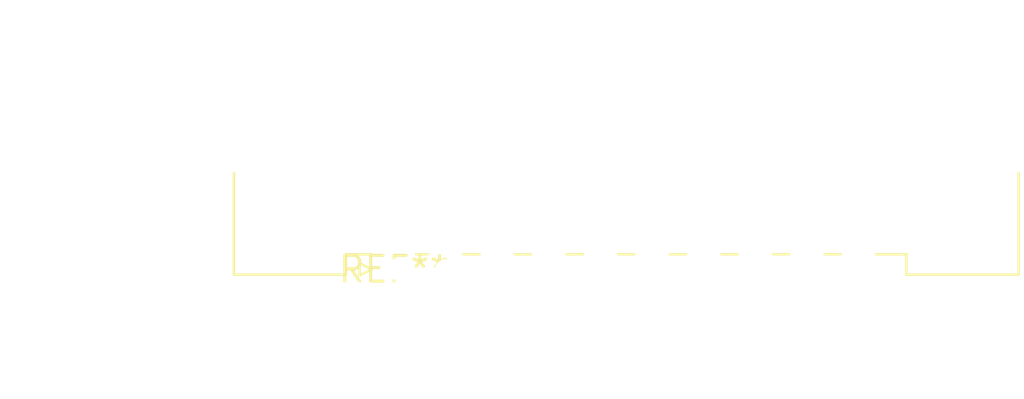
<source format=kicad_pcb>
(kicad_pcb (version 20240108) (generator pcbnew)
  (layers (0 "F.Cu" signal) (31 "B.Cu" signal) (34 "B.Paste" user) (35 "F.Paste" user) (36 "B.SilkS" user "B.Silkscreen") (37 "F.SilkS" user "F.Silkscreen") (38 "B.Mask" user) (39 "F.Mask" user) (44 "Edge.Cuts" user))
  (net 0 "")
  (footprint "DIN41612_C3_2x10_Male_Horizontal_THT" (layer "F.Cu") (at 0 0)
    (property "Reference" "REF**")
    (property "Value" "DIN41612_C3_2x10_Male_Horizontal_THT")
    (fp_line (start -7.88 -4.74) (end -7.88 0.26) (layer "F.SilkS") (stroke (width 0.12)))
    (fp_line (start -7.88 0.26) (end -2.36 0.26) (layer "F.SilkS") (stroke (width 0.12)))
    (fp_line (start -2.361 -0.74) (end -1.095 -0.74) (layer "F.SilkS") (stroke (width 0.12)))
    (fp_line (start -2.36 0.26) (end -2.36 -0.74) (layer "F.SilkS") (stroke (width 0.12)))
    (fp_line (start -1.695 -0.3) (end -1.695 0.3) (layer "F.SilkS") (stroke (width 0.12)))
    (fp_line (start -1.695 0.3) (end -1.095 0) (layer "F.SilkS") (stroke (width 0.12)))
    (fp_line (start -1.095 0) (end -1.695 -0.3) (layer "F.SilkS") (stroke (width 0.12)))
    (fp_line (start 1.095 -0.74) (end 1.671 -0.74) (layer "F.SilkS") (stroke (width 0.12)))
    (fp_line (start 3.41 -0.74) (end 4.211 -0.74) (layer "F.SilkS") (stroke (width 0.12)))
    (fp_line (start 5.95 -0.74) (end 6.751 -0.74) (layer "F.SilkS") (stroke (width 0.12)))
    (fp_line (start 8.49 -0.74) (end 9.291 -0.74) (layer "F.SilkS") (stroke (width 0.12)))
    (fp_line (start 11.03 -0.74) (end 11.831 -0.74) (layer "F.SilkS") (stroke (width 0.12)))
    (fp_line (start 13.57 -0.74) (end 14.371 -0.74) (layer "F.SilkS") (stroke (width 0.12)))
    (fp_line (start 16.11 -0.74) (end 16.911 -0.74) (layer "F.SilkS") (stroke (width 0.12)))
    (fp_line (start 18.65 -0.74) (end 19.451 -0.74) (layer "F.SilkS") (stroke (width 0.12)))
    (fp_line (start 21.19 -0.74) (end 21.991 -0.74) (layer "F.SilkS") (stroke (width 0.12)))
    (fp_line (start 23.73 -0.74) (end 25.22 -0.74) (layer "F.SilkS") (stroke (width 0.12)))
    (fp_line (start 25.22 0.26) (end 25.22 -0.74) (layer "F.SilkS") (stroke (width 0.12)))
    (fp_line (start 30.74 -4.74) (end 30.74 0.26) (layer "F.SilkS") (stroke (width 0.12)))
    (fp_line (start 30.74 0.26) (end 25.22 0.26) (layer "F.SilkS") (stroke (width 0.12)))
    (pad "" np_thru_hole circle (at -5.08 -2.54) (size 2.85 2.85) (drill 2.85) (layers *.Cu *.Mask))
    (pad "" np_thru_hole circle (at 27.94 -2.54) (size 2.85 2.85) (drill 2.85) (layers *.Cu *.Mask))
    (pad "a1" thru_hole roundrect (at 0 0) (size 1.55 1.55) (drill 1) (layers *.Cu *.Mask) (remove_unused_layers) (roundrect_rratio 0.16129))
    (pad "a2" thru_hole circle (at 2.54 0) (size 1.55 1.55) (drill 1) (layers *.Cu *.Mask) (remove_unused_layers))
    (pad "a3" thru_hole circle (at 5.08 0) (size 1.55 1.55) (drill 1) (layers *.Cu *.Mask) (remove_unused_layers))
    (pad "a4" thru_hole circle (at 7.62 0) (size 1.55 1.55) (drill 1) (layers *.Cu *.Mask) (remove_unused_layers))
    (pad "a5" thru_hole circle (at 10.16 0) (size 1.55 1.55) (drill 1) (layers *.Cu *.Mask) (remove_unused_layers))
    (pad "a6" thru_hole circle (at 12.7 0) (size 1.55 1.55) (drill 1) (layers *.Cu *.Mask) (remove_unused_layers))
    (pad "a7" thru_hole circle (at 15.24 0) (size 1.55 1.55) (drill 1) (layers *.Cu *.Mask) (remove_unused_layers))
    (pad "a8" thru_hole circle (at 17.78 0) (size 1.55 1.55) (drill 1) (layers *.Cu *.Mask) (remove_unused_layers))
    (pad "a9" thru_hole circle (at 20.32 0) (size 1.55 1.55) (drill 1) (layers *.Cu *.Mask) (remove_unused_layers))
    (pad "a10" thru_hole circle (at 22.86 0) (size 1.55 1.55) (drill 1) (layers *.Cu *.Mask) (remove_unused_layers))
    (pad "c1" thru_hole circle (at 0 5.08) (size 1.55 1.55) (drill 1) (layers *.Cu *.Mask) (remove_unused_layers))
    (pad "c2" thru_hole circle (at 2.54 5.08) (size 1.55 1.55) (drill 1) (layers *.Cu *.Mask) (remove_unused_layers))
    (pad "c3" thru_hole circle (at 5.08 5.08) (size 1.55 1.55) (drill 1) (layers *.Cu *.Mask) (remove_unused_layers))
    (pad "c4" thru_hole circle (at 7.62 5.08) (size 1.55 1.55) (drill 1) (layers *.Cu *.Mask) (remove_unused_layers))
    (pad "c5" thru_hole circle (at 10.16 5.08) (size 1.55 1.55) (drill 1) (layers *.Cu *.Mask) (remove_unused_layers))
    (pad "c6" thru_hole circle (at 12.7 5.08) (size 1.55 1.55) (drill 1) (layers *.Cu *.Mask) (remove_unused_layers))
    (pad "c7" thru_hole circle (at 15.24 5.08) (size 1.55 1.55) (drill 1) (layers *.Cu *.Mask) (remove_unused_layers))
    (pad "c8" thru_hole circle (at 17.78 5.08) (size 1.55 1.55) (drill 1) (layers *.Cu *.Mask) (remove_unused_layers))
    (pad "c9" thru_hole circle (at 20.32 5.08) (size 1.55 1.55) (drill 1) (layers *.Cu *.Mask) (remove_unused_layers))
    (pad "c10" thru_hole circle (at 22.86 5.08) (size 1.55 1.55) (drill 1) (layers *.Cu *.Mask) (remove_unused_layers))
  )
)
</source>
